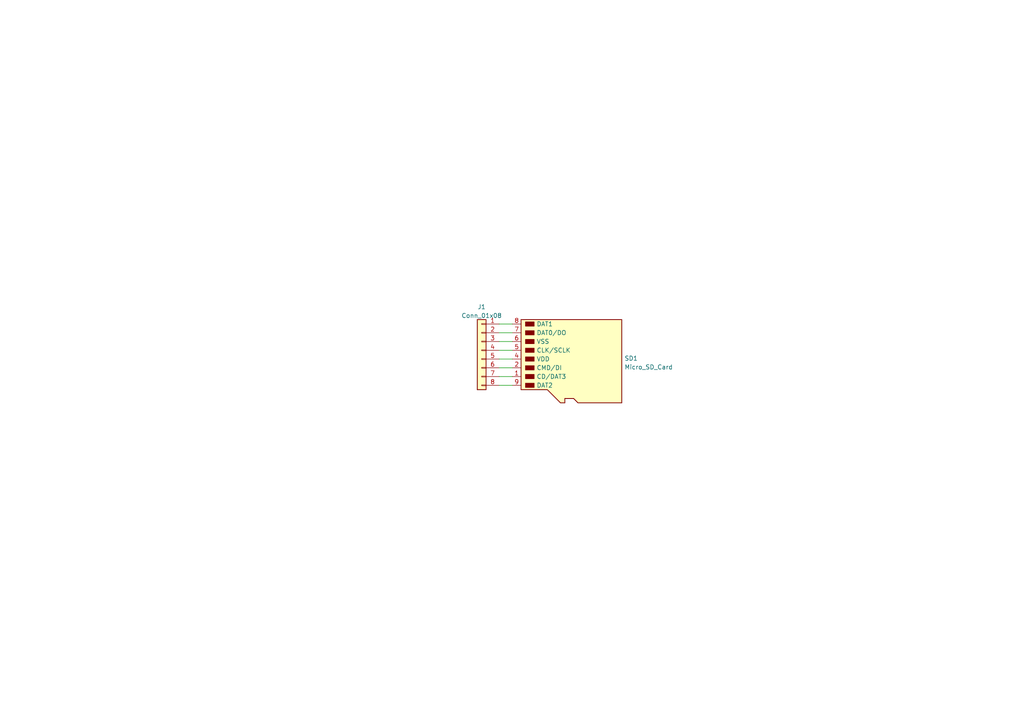
<source format=kicad_sch>
(kicad_sch (version 20211123) (generator eeschema)
  (paper "A4")
  (lib_symbols
    (symbol "Connector_Generic:Conn_01x08" (pin_names (offset 1.016) hide)
      (property "Reference" "J" (at 0 10.16 0))
      (property "Value" "Conn_01x08" (at 0 -12.7 0))
      (symbol "Conn_01x08_1_1"
        (rectangle (start -1.27 -10.033) (end 0 -10.287) (stroke (width 0.1524)))
        (rectangle (start -1.27 -7.493) (end 0 -7.747) (stroke (width 0.1524)))
        (rectangle (start -1.27 -4.953) (end 0 -5.207) (stroke (width 0.1524)))
        (rectangle (start -1.27 -2.413) (end 0 -2.667) (stroke (width 0.1524)))
        (rectangle (start -1.27 0.127) (end 0 -0.127) (stroke (width 0.1524)))
        (rectangle (start -1.27 2.667) (end 0 2.413) (stroke (width 0.1524)))
        (rectangle (start -1.27 5.207) (end 0 4.953) (stroke (width 0.1524)))
        (rectangle (start -1.27 7.747) (end 0 7.493) (stroke (width 0.1524)))
        (rectangle (start -1.27 8.89) (end 1.27 -11.43) (stroke (width 0.254)) (fill (type background)))
        (pin passive line (at -5.08 7.62 0) (length 3.81) (name "Pin_1") (number "1"))
        (pin passive line (at -5.08 5.08 0) (length 3.81) (name "Pin_2") (number "2"))
        (pin passive line (at -5.08 2.54 0) (length 3.81) (name "Pin_3") (number "3"))
        (pin passive line (at -5.08 0 0) (length 3.81) (name "Pin_4") (number "4"))
        (pin passive line (at -5.08 -2.54 0) (length 3.81) (name "Pin_5") (number "5"))
        (pin passive line (at -5.08 -5.08 0) (length 3.81) (name "Pin_6") (number "6"))
        (pin passive line (at -5.08 -7.62 0) (length 3.81) (name "Pin_7") (number "7"))
        (pin passive line (at -5.08 -10.16 0) (length 3.81) (name "Pin_8") (number "8"))
      )
    )
    (symbol "microsd-breakout:Micro_SD_Card" (pin_names (offset 4.5)) (in_bom no)
      (property "Reference" "SD" (at 0 13.97 0))
      (property "Value" "Micro_SD_Card" (at 0 11.43 0))
      (symbol "Micro_SD_Card_0_1"
        (rectangle (start -12.7 -8.255) (end -10.16 -9.525) (fill (type outline)))
        (rectangle (start -12.7 -5.715) (end -10.16 -6.985) (fill (type outline)))
        (rectangle (start -12.7 -3.175) (end -10.16 -4.445) (fill (type outline)))
        (rectangle (start -12.7 -0.635) (end -10.16 -1.905) (fill (type outline)))
        (rectangle (start -12.7 1.905) (end -10.16 0.635) (fill (type outline)))
        (rectangle (start -12.7 4.445) (end -10.16 3.175) (fill (type outline)))
        (rectangle (start -12.7 6.985) (end -10.16 5.715) (fill (type outline)))
        (rectangle (start -12.7 9.525) (end -10.16 8.255) (fill (type outline)))
        (polyline (pts (xy -13.97 10.16) (xy -13.97 -10.16) (xy -6.35 -10.16) (xy -2.54 -13.97) (xy -1.27 -13.97) (xy -1.27 -12.7) (xy 1.27 -12.7) (xy 2.54 -13.97) (xy 15.24 -13.97) (xy 15.24 10.16) (xy -13.97 10.16)) (stroke (width 0.254)) (fill (type background)))
      )
      (symbol "Micro_SD_Card_1_1"
        (pin bidirectional line (at -16.51 -6.35 0) (length 2.54) (name "CD/DAT3") (number "1"))
        (pin output line (at -16.51 -3.81 0) (length 2.54) (name "CMD/DI") (number "2"))
        (pin power_out line (at -16.51 -1.27 0) (length 2.54) (name "VDD") (number "4"))
        (pin output line (at -16.51 1.27 0) (length 2.54) (name "CLK/SCLK") (number "5"))
        (pin power_out line (at -16.51 3.81 0) (length 2.54) (name "VSS") (number "6"))
        (pin input line (at -16.51 6.35 0) (length 2.54) (name "DAT0/DO") (number "7"))
        (pin input line (at -16.51 8.89 0) (length 2.54) (name "DAT1") (number "8"))
        (pin input line (at -16.51 -8.89 0) (length 2.54) (name "DAT2") (number "9"))
      )
    )
  )
  (wire (pts (xy 144.78 96.52) (xy 148.59 96.52)))
  (wire (pts (xy 144.78 99.06) (xy 148.59 99.06)))
  (wire (pts (xy 144.78 101.6) (xy 148.59 101.6)))
  (wire (pts (xy 144.78 93.98) (xy 148.59 93.98)))
  (wire (pts (xy 144.78 106.68) (xy 148.59 106.68)))
  (wire (pts (xy 144.78 111.76) (xy 148.59 111.76)))
  (wire (pts (xy 144.78 109.22) (xy 148.59 109.22)))
  (wire (pts (xy 144.78 104.14) (xy 148.59 104.14)))
  (symbol (lib_id "microsd-breakout:Micro_SD_Card") (at 165.1 102.87 0) (unit 1) (in_bom no)
    (property "Reference" "SD1" (at 181.102 103.9403 0) (effects (justify left)))
    (property "Value" "Micro_SD_Card" (at 181.102 106.4772 0) (effects (justify left)))
    (property "Footprint" "microsd-breakout:microSD" (effects hide))
  )
  (symbol (lib_id "Connector_Generic:Conn_01x08") (at 139.7 101.6 0) (mirror y) (unit 1)
    (property "Reference" "J1" (at 139.7 89.0102 0))
    (property "Value" "Conn_01x08" (at 139.7 91.5471 0))
    (property "Footprint" "Connector_PinHeader_1.00mm:PinHeader_1x08_P1.00mm_Vertical" (effects hide))
  )
)
</source>
